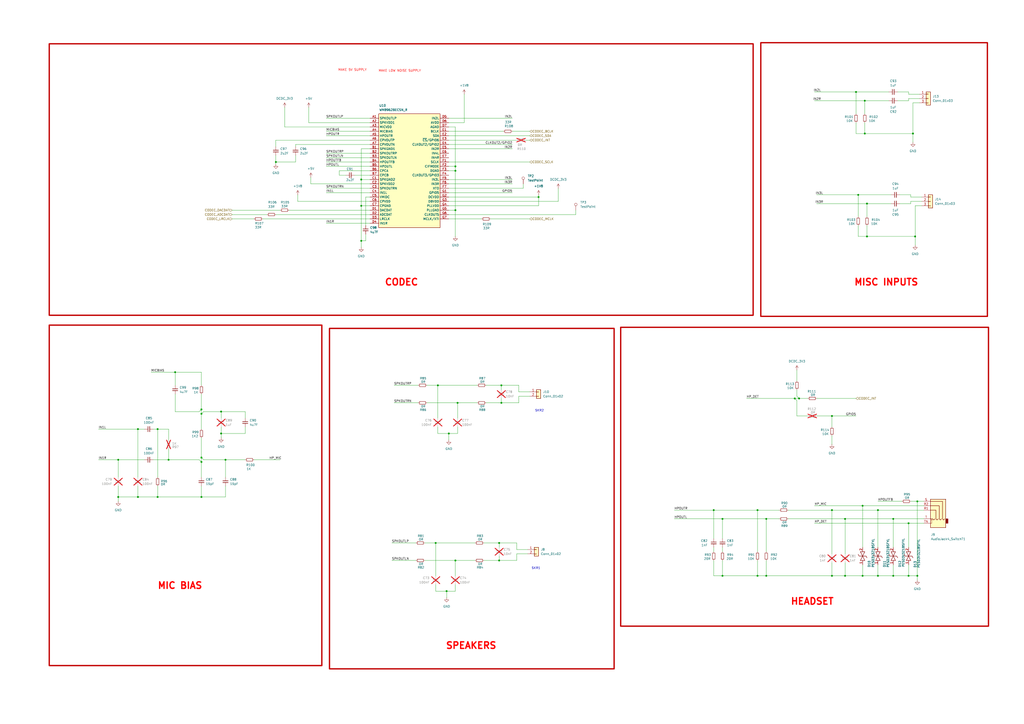
<source format=kicad_sch>
(kicad_sch (version 20250114) (generator "eeschema") (generator_version "9.0")
  (paper "A2")
  (rectangle (start 28.575 25.4) (end 436.88 182.88) (stroke (width 0.762) (color 194 0 0 1)))
  (rectangle (start 360.045 189.865) (end 573.405 363.22) (stroke (width 0.762) (color 194 0 0 1)))
  (rectangle (start 191.135 190.5) (end 356.235 387.985) (stroke (width 0.762) (color 194 0 0 1)))
  (rectangle (start 28.575 188.595) (end 186.69 386.08) (stroke (width 0.762) (color 194 0 0 1)))
  (rectangle (start 441.325 24.765) (end 572.77 183.515) (stroke (width 0.762) (color 194 0 0 1)))
  (text "MAKE LOW NOISE SUPPLY" (at 231.902 41.148 0) (effects (font (size 1.27 1.27))))
  (text "MISC INPUTS" (at 514.096 163.83 0) (effects (font (size 3.81 3.81) (thickness 0.762) (bold yes))))
  (text "SPEAKERS" (at 273.304 374.65 0) (effects (font (size 3.81 3.81) (thickness 0.762) (bold yes))))
  (text "CODEC" (at 232.918 163.83 0) (effects (font (size 3.81 3.81) (thickness 0.762) (bold yes))))
  (text "SKR2\n" (at 312.928 238.252 0) (effects (font (size 1.27 1.27))))
  (text "MIC BIAS" (at 104.394 339.852 0) (effects (font (size 3.81 3.81) (thickness 0.762) (bold yes))))
  (text "SKR1" (at 310.896 329.692 0) (effects (font (size 1.27 1.27))))
  (text "MAKE 5V SUPPLY" (at 204.47 40.64 0) (effects (font (size 1.27 1.27))))
  (text "HEADSET" (at 471.17 348.996 0) (effects (font (size 3.81 3.81) (thickness 0.762) (bold yes))))
  (junction (at 444.5 334.01))
  (junction (at 68.58 288.29))
  (junction (at 414.02 295.91))
  (junction (at 461.01 231.14))
  (junction (at 500.38 334.01))
  (junction (at 80.01 248.92))
  (junction (at 530.86 137.16))
  (junction (at 80.01 288.29))
  (junction (at 529.59 77.47))
  (junction (at 209.55 139.7))
  (junction (at 419.1 334.01))
  (junction (at 264.16 325.12))
  (junction (at 289.56 314.96))
  (junction (at 252.73 314.96))
  (junction (at 116.84 240.03))
  (junction (at 130.81 266.7))
  (junction (at 209.55 104.14))
  (junction (at 128.27 251.46))
  (junction (at 444.5 300.99))
  (junction (at 91.44 248.92))
  (junction (at 502.92 137.16))
  (junction (at 312.42 114.3))
  (junction (at 509.27 334.01))
  (junction (at 264.16 99.06))
  (junction (at 490.22 300.99))
  (junction (at 68.58 266.7))
  (junction (at 254 223.52))
  (junction (at 527.05 334.01))
  (junction (at 482.6 295.91))
  (junction (at 101.6 215.9))
  (junction (at 490.22 334.01))
  (junction (at 160.02 93.98))
  (junction (at 439.42 334.01))
  (junction (at 265.43 233.68))
  (junction (at 209.55 119.38))
  (junction (at 532.13 334.01))
  (junction (at 497.84 113.03))
  (junction (at 91.44 288.29))
  (junction (at 116.84 237.49))
  (junction (at 496.57 53.34))
  (junction (at 264.16 121.92))
  (junction (at 419.1 300.99))
  (junction (at 463.55 231.14))
  (junction (at 502.92 118.11))
  (junction (at 500.38 293.37))
  (junction (at 116.84 265.43))
  (junction (at 482.6 334.01))
  (junction (at 482.6 241.3))
  (junction (at 97.79 266.7))
  (junction (at 116.84 267.97))
  (junction (at 289.56 325.12))
  (junction (at 532.13 290.83))
  (junction (at 501.65 77.47))
  (junction (at 128.27 238.76))
  (junction (at 290.83 233.68))
  (junction (at 260.35 251.46))
  (junction (at 518.16 334.01))
  (junction (at 116.84 288.29))
  (junction (at 264.16 96.52))
  (junction (at 509.27 295.91))
  (junction (at 518.16 300.99))
  (junction (at 290.83 223.52))
  (junction (at 501.65 58.42))
  (junction (at 259.08 342.9))
  (junction (at 527.05 303.53))
  (junction (at 439.42 295.91))
  (wire (pts (xy 167.64 121.92) (xy 214.63 121.92)))
  (wire (pts (xy 529.59 59.69) (xy 529.59 77.47)))
  (wire (pts (xy 516.89 118.11) (xy 502.92 118.11)))
  (wire (pts (xy 116.84 267.97) (xy 116.84 276.86)))
  (wire (pts (xy 527.05 57.15) (xy 527.05 58.42)))
  (wire (pts (xy 260.35 119.38) (xy 312.42 119.38)))
  (wire (pts (xy 462.28 241.3) (xy 462.28 232.41)))
  (wire (pts (xy 264.16 121.92) (xy 264.16 137.16)))
  (wire (pts (xy 490.22 300.99) (xy 490.22 321.31)))
  (wire (pts (xy 307.34 93.98) (xy 260.35 93.98)))
  (wire (pts (xy 496.57 71.12) (xy 496.57 77.47)))
  (wire (pts (xy 535.94 295.91) (xy 509.27 295.91)))
  (wire (pts (xy 419.1 312.42) (xy 419.1 300.99)))
  (wire (pts (xy 334.01 121.92) (xy 334.01 124.46)))
  (wire (pts (xy 535.94 303.53) (xy 527.05 303.53)))
  (wire (pts (xy 509.27 295.91) (xy 509.27 317.5)))
  (wire (pts (xy 297.18 86.36) (xy 260.35 86.36)))
  (wire (pts (xy 97.79 255.27) (xy 97.79 248.92)))
  (wire (pts (xy 419.1 317.5) (xy 419.1 320.04)))
  (wire (pts (xy 116.84 237.49) (xy 116.84 240.03)))
  (wire (pts (xy 130.81 288.29) (xy 116.84 288.29)))
  (wire (pts (xy 532.13 290.83) (xy 532.13 334.01)))
  (wire (pts (xy 419.1 300.99) (xy 444.5 300.99)))
  (wire (pts (xy 116.84 288.29) (xy 91.44 288.29)))
  (wire (pts (xy 171.45 83.82) (xy 171.45 85.09)))
  (wire (pts (xy 228.6 233.68) (xy 242.57 233.68)))
  (wire (pts (xy 101.6 215.9) (xy 116.84 215.9)))
  (wire (pts (xy 482.6 326.39) (xy 482.6 334.01)))
  (wire (pts (xy 297.18 111.76) (xy 260.35 111.76)))
  (wire (pts (xy 501.65 77.47) (xy 529.59 77.47)))
  (wire (pts (xy 209.55 104.14) (xy 214.63 104.14)))
  (wire (pts (xy 297.18 83.82) (xy 260.35 83.82)))
  (wire (pts (xy 468.63 241.3) (xy 462.28 241.3)))
  (wire (pts (xy 212.09 139.7) (xy 209.55 139.7)))
  (wire (pts (xy 260.35 76.2) (xy 292.1 76.2)))
  (wire (pts (xy 80.01 248.92) (xy 80.01 276.86)))
  (wire (pts (xy 196.85 99.06) (xy 214.63 99.06)))
  (wire (pts (xy 509.27 327.66) (xy 509.27 334.01)))
  (wire (pts (xy 533.4 54.61) (xy 527.05 54.61)))
  (wire (pts (xy 142.24 242.57) (xy 142.24 238.76)))
  (wire (pts (xy 496.57 77.47) (xy 501.65 77.47)))
  (wire (pts (xy 264.16 99.06) (xy 264.16 121.92)))
  (wire (pts (xy 260.35 251.46) (xy 260.35 255.27)))
  (wire (pts (xy 490.22 300.99) (xy 518.16 300.99)))
  (wire (pts (xy 473.71 231.14) (xy 496.57 231.14)))
  (wire (pts (xy 528.32 116.84) (xy 528.32 118.11)))
  (wire (pts (xy 260.35 251.46) (xy 265.43 251.46)))
  (wire (pts (xy 264.16 342.9) (xy 264.16 339.09)))
  (wire (pts (xy 515.62 53.34) (xy 496.57 53.34)))
  (wire (pts (xy 160.02 93.98) (xy 160.02 95.25)))
  (wire (pts (xy 209.55 104.14) (xy 209.55 119.38)))
  (wire (pts (xy 289.56 314.96) (xy 299.72 314.96)))
  (wire (pts (xy 307.34 81.28) (xy 304.8 81.28)))
  (wire (pts (xy 501.65 71.12) (xy 501.65 77.47)))
  (wire (pts (xy 246.38 325.12) (xy 264.16 325.12)))
  (wire (pts (xy 530.86 119.38) (xy 530.86 137.16)))
  (wire (pts (xy 97.79 266.7) (xy 88.9 266.7)))
  (wire (pts (xy 171.45 83.82) (xy 214.63 83.82)))
  (wire (pts (xy 414.02 334.01) (xy 419.1 334.01)))
  (wire (pts (xy 252.73 314.96) (xy 275.59 314.96)))
  (wire (pts (xy 264.16 325.12) (xy 275.59 325.12)))
  (wire (pts (xy 527.05 54.61) (xy 527.05 53.34)))
  (wire (pts (xy 457.2 300.99) (xy 490.22 300.99)))
  (wire (pts (xy 160.02 81.28) (xy 160.02 85.09)))
  (wire (pts (xy 88.9 248.92) (xy 91.44 248.92)))
  (wire (pts (xy 227.33 314.96) (xy 241.3 314.96)))
  (wire (pts (xy 269.24 54.61) (xy 269.24 71.12)))
  (wire (pts (xy 433.07 231.14) (xy 461.01 231.14)))
  (wire (pts (xy 189.23 88.9) (xy 214.63 88.9)))
  (wire (pts (xy 297.18 106.68) (xy 260.35 106.68)))
  (wire (pts (xy 142.24 251.46) (xy 128.27 251.46)))
  (wire (pts (xy 528.32 114.3) (xy 528.32 113.03)))
  (wire (pts (xy 214.63 114.3) (xy 212.09 114.3)))
  (wire (pts (xy 280.67 314.96) (xy 289.56 314.96)))
  (wire (pts (xy 80.01 281.94) (xy 80.01 288.29)))
  (wire (pts (xy 264.16 325.12) (xy 264.16 334.01)))
  (wire (pts (xy 297.18 104.14) (xy 260.35 104.14)))
  (wire (pts (xy 260.35 127) (xy 279.4 127)))
  (wire (pts (xy 532.13 334.01) (xy 527.05 334.01)))
  (wire (pts (xy 260.35 99.06) (xy 264.16 99.06)))
  (wire (pts (xy 265.43 233.68) (xy 265.43 242.57)))
  (wire (pts (xy 528.32 118.11) (xy 521.97 118.11)))
  (wire (pts (xy 518.16 300.99) (xy 518.16 317.5)))
  (wire (pts (xy 312.42 114.3) (xy 312.42 119.38)))
  (wire (pts (xy 535.94 290.83) (xy 532.13 290.83)))
  (wire (pts (xy 260.35 73.66) (xy 264.16 73.66)))
  (wire (pts (xy 260.35 116.84) (xy 323.85 116.84)))
  (wire (pts (xy 473.71 113.03) (xy 497.84 113.03)))
  (wire (pts (xy 482.6 334.01) (xy 490.22 334.01)))
  (wire (pts (xy 200.66 101.6) (xy 196.85 101.6)))
  (wire (pts (xy 516.89 113.03) (xy 497.84 113.03)))
  (wire (pts (xy 535.94 293.37) (xy 500.38 293.37)))
  (wire (pts (xy 515.62 58.42) (xy 501.65 58.42)))
  (wire (pts (xy 252.73 339.09) (xy 252.73 342.9)))
  (wire (pts (xy 307.34 229.87) (xy 300.99 229.87)))
  (wire (pts (xy 509.27 334.01) (xy 518.16 334.01)))
  (wire (pts (xy 535.94 300.99) (xy 518.16 300.99)))
  (wire (pts (xy 116.84 254) (xy 116.84 265.43)))
  (wire (pts (xy 128.27 238.76) (xy 118.11 238.76)))
  (wire (pts (xy 265.43 251.46) (xy 265.43 247.65)))
  (wire (pts (xy 259.08 342.9) (xy 264.16 342.9)))
  (wire (pts (xy 116.84 265.43) (xy 116.84 267.97)))
  (wire (pts (xy 227.33 325.12) (xy 241.3 325.12)))
  (wire (pts (xy 142.24 247.65) (xy 142.24 251.46)))
  (wire (pts (xy 527.05 53.34) (xy 520.7 53.34)))
  (wire (pts (xy 214.63 106.68) (xy 180.34 106.68)))
  (wire (pts (xy 68.58 266.7) (xy 68.58 276.86)))
  (wire (pts (xy 189.23 91.44) (xy 214.63 91.44)))
  (wire (pts (xy 439.42 295.91) (xy 439.42 320.04)))
  (wire (pts (xy 502.92 137.16) (xy 530.86 137.16)))
  (wire (pts (xy 497.84 113.03) (xy 497.84 125.73)))
  (wire (pts (xy 189.23 129.54) (xy 214.63 129.54)))
  (wire (pts (xy 130.81 266.7) (xy 118.11 266.7)))
  (wire (pts (xy 116.84 281.94) (xy 116.84 288.29)))
  (wire (pts (xy 534.67 114.3) (xy 528.32 114.3)))
  (wire (pts (xy 189.23 68.58) (xy 214.63 68.58)))
  (wire (pts (xy 414.02 317.5) (xy 414.02 320.04)))
  (wire (pts (xy 472.44 293.37) (xy 500.38 293.37)))
  (wire (pts (xy 528.32 113.03) (xy 521.97 113.03)))
  (wire (pts (xy 128.27 242.57) (xy 128.27 238.76)))
  (wire (pts (xy 414.02 325.12) (xy 414.02 334.01)))
  (wire (pts (xy 490.22 326.39) (xy 490.22 334.01)))
  (wire (pts (xy 419.1 325.12) (xy 419.1 334.01)))
  (wire (pts (xy 472.44 303.53) (xy 527.05 303.53)))
  (wire (pts (xy 530.86 137.16) (xy 530.86 142.24)))
  (wire (pts (xy 115.57 238.76) (xy 116.84 237.49)))
  (wire (pts (xy 118.11 266.7) (xy 116.84 265.43)))
  (wire (pts (xy 247.65 223.52) (xy 254 223.52)))
  (wire (pts (xy 171.45 90.17) (xy 171.45 93.98)))
  (wire (pts (xy 260.35 124.46) (xy 334.01 124.46)))
  (wire (pts (xy 180.34 102.87) (xy 180.34 106.68)))
  (wire (pts (xy 290.83 233.68) (xy 281.94 233.68)))
  (wire (pts (xy 307.34 227.33) (xy 300.99 227.33)))
  (wire (pts (xy 299.72 318.77) (xy 299.72 314.96)))
  (wire (pts (xy 482.6 295.91) (xy 509.27 295.91)))
  (wire (pts (xy 472.44 58.42) (xy 501.65 58.42)))
  (wire (pts (xy 461.01 231.14) (xy 463.55 231.14)))
  (wire (pts (xy 391.16 295.91) (xy 414.02 295.91)))
  (wire (pts (xy 91.44 288.29) (xy 80.01 288.29)))
  (wire (pts (xy 246.38 314.96) (xy 252.73 314.96)))
  (wire (pts (xy 462.28 229.87) (xy 463.55 231.14)))
  (wire (pts (xy 205.74 101.6) (xy 214.63 101.6)))
  (wire (pts (xy 528.32 290.83) (xy 532.13 290.83)))
  (wire (pts (xy 297.18 76.2) (xy 307.34 76.2)))
  (wire (pts (xy 130.81 276.86) (xy 130.81 266.7)))
  (wire (pts (xy 533.4 59.69) (xy 529.59 59.69)))
  (wire (pts (xy 214.63 116.84) (xy 172.72 116.84)))
  (wire (pts (xy 500.38 327.66) (xy 500.38 334.01)))
  (wire (pts (xy 252.73 314.96) (xy 252.73 334.01)))
  (wire (pts (xy 101.6 215.9) (xy 101.6 223.52)))
  (wire (pts (xy 289.56 325.12) (xy 299.72 325.12)))
  (wire (pts (xy 462.28 214.63) (xy 462.28 220.98)))
  (wire (pts (xy 439.42 334.01) (xy 444.5 334.01)))
  (wire (pts (xy 534.67 116.84) (xy 528.32 116.84)))
  (wire (pts (xy 264.16 96.52) (xy 264.16 99.06)))
  (wire (pts (xy 118.11 238.76) (xy 116.84 240.03)))
  (wire (pts (xy 532.13 334.01) (xy 532.13 336.55)))
  (wire (pts (xy 297.18 68.58) (xy 260.35 68.58)))
  (wire (pts (xy 254 223.52) (xy 276.86 223.52)))
  (wire (pts (xy 518.16 327.66) (xy 518.16 334.01)))
  (wire (pts (xy 312.42 113.03) (xy 312.42 114.3)))
  (wire (pts (xy 264.16 73.66) (xy 264.16 96.52)))
  (wire (pts (xy 300.99 229.87) (xy 300.99 233.68)))
  (wire (pts (xy 101.6 228.6) (xy 101.6 238.76)))
  (wire (pts (xy 534.67 119.38) (xy 530.86 119.38)))
  (wire (pts (xy 444.5 325.12) (xy 444.5 334.01)))
  (wire (pts (xy 391.16 300.99) (xy 419.1 300.99)))
  (wire (pts (xy 482.6 241.3) (xy 482.6 247.65)))
  (wire (pts (xy 482.6 241.3) (xy 496.57 241.3)))
  (wire (pts (xy 290.83 223.52) (xy 290.83 226.06)))
  (wire (pts (xy 260.35 114.3) (xy 312.42 114.3)))
  (wire (pts (xy 265.43 233.68) (xy 276.86 233.68)))
  (wire (pts (xy 518.16 334.01) (xy 527.05 334.01)))
  (wire (pts (xy 87.63 215.9) (xy 101.6 215.9)))
  (wire (pts (xy 502.92 118.11) (xy 502.92 125.73)))
  (wire (pts (xy 439.42 295.91) (xy 452.12 295.91)))
  (wire (pts (xy 490.22 334.01) (xy 500.38 334.01)))
  (wire (pts (xy 259.08 342.9) (xy 259.08 346.71)))
  (wire (pts (xy 160.02 81.28) (xy 214.63 81.28)))
  (wire (pts (xy 189.23 96.52) (xy 214.63 96.52)))
  (wire (pts (xy 147.32 266.7) (xy 162.56 266.7)))
  (wire (pts (xy 189.23 111.76) (xy 214.63 111.76)))
  (wire (pts (xy 290.83 231.14) (xy 290.83 233.68)))
  (wire (pts (xy 142.24 238.76) (xy 128.27 238.76)))
  (wire (pts (xy 91.44 248.92) (xy 91.44 276.86)))
  (wire (pts (xy 414.02 312.42) (xy 414.02 295.91)))
  (wire (pts (xy 289.56 322.58) (xy 289.56 325.12)))
  (wire (pts (xy 462.28 226.06) (xy 462.28 229.87)))
  (wire (pts (xy 214.63 73.66) (xy 165.1 73.66)))
  (wire (pts (xy 303.53 106.68) (xy 303.53 109.22)))
  (wire (pts (xy 496.57 53.34) (xy 496.57 66.04)))
  (wire (pts (xy 116.84 228.6) (xy 116.84 237.49)))
  (wire (pts (xy 228.6 223.52) (xy 242.57 223.52)))
  (wire (pts (xy 97.79 248.92) (xy 91.44 248.92)))
  (wire (pts (xy 189.23 78.74) (xy 214.63 78.74)))
  (wire (pts (xy 152.4 127) (xy 214.63 127)))
  (wire (pts (xy 97.79 260.35) (xy 97.79 266.7)))
  (wire (pts (xy 209.55 139.7) (xy 209.55 143.51)))
  (wire (pts (xy 134.62 127) (xy 147.32 127)))
  (wire (pts (xy 414.02 295.91) (xy 439.42 295.91)))
  (wire (pts (xy 130.81 266.7) (xy 142.24 266.7)))
  (wire (pts (xy 299.72 321.31) (xy 299.72 325.12)))
  (wire (pts (xy 290.83 223.52) (xy 300.99 223.52)))
  (wire (pts (xy 290.83 233.68) (xy 300.99 233.68)))
  (wire (pts (xy 527.05 303.53) (xy 527.05 317.5)))
  (wire (pts (xy 115.57 266.7) (xy 116.84 267.97)))
  (wire (pts (xy 254 223.52) (xy 254 242.57)))
  (wire (pts (xy 289.56 314.96) (xy 289.56 317.5)))
  (wire (pts (xy 472.44 53.34) (xy 496.57 53.34)))
  (wire (pts (xy 299.72 81.28) (xy 260.35 81.28)))
  (wire (pts (xy 500.38 293.37) (xy 500.38 317.5)))
  (wire (pts (xy 254 251.46) (xy 260.35 251.46)))
  (wire (pts (xy 444.5 320.04) (xy 444.5 300.99)))
  (wire (pts (xy 260.35 71.12) (xy 269.24 71.12)))
  (wire (pts (xy 68.58 288.29) (xy 68.58 290.83)))
  (wire (pts (xy 80.01 288.29) (xy 68.58 288.29)))
  (wire (pts (xy 307.34 78.74) (xy 260.35 78.74)))
  (wire (pts (xy 130.81 281.94) (xy 130.81 288.29)))
  (wire (pts (xy 209.55 119.38) (xy 214.63 119.38)))
  (wire (pts (xy 323.85 116.84) (xy 323.85 109.22)))
  (wire (pts (xy 497.84 137.16) (xy 502.92 137.16)))
  (wire (pts (xy 281.94 223.52) (xy 290.83 223.52)))
  (wire (pts (xy 482.6 295.91) (xy 482.6 321.31)))
  (wire (pts (xy 533.4 57.15) (xy 527.05 57.15)))
  (wire (pts (xy 179.07 71.12) (xy 214.63 71.12)))
  (wire (pts (xy 189.23 93.98) (xy 214.63 93.98)))
  (wire (pts (xy 444.5 300.99) (xy 452.12 300.99)))
  (wire (pts (xy 260.35 121.92) (xy 264.16 121.92)))
  (wire (pts (xy 172.72 113.03) (xy 172.72 116.84)))
  (wire (pts (xy 260.35 109.22) (xy 303.53 109.22)))
  (wire (pts (xy 502.92 130.81) (xy 502.92 137.16)))
  (wire (pts (xy 128.27 251.46) (xy 128.27 254)))
  (wire (pts (xy 289.56 325.12) (xy 280.67 325.12)))
  (wire (pts (xy 439.42 325.12) (xy 439.42 334.01)))
  (wire (pts (xy 160.02 90.17) (xy 160.02 93.98)))
  (wire (pts (xy 247.65 233.68) (xy 265.43 233.68)))
  (wire (pts (xy 284.48 127) (xy 307.34 127)))
  (wire (pts (xy 83.82 266.7) (xy 68.58 266.7)))
  (wire (pts (xy 260.35 96.52) (xy 264.16 96.52)))
  (wire (pts (xy 189.23 109.22) (xy 214.63 109.22)))
  (wire (pts (xy 444.5 334.01) (xy 482.6 334.01)))
  (wire (pts (xy 212.09 114.3) (xy 212.09 130.81)))
  (wire (pts (xy 212.09 135.89) (xy 212.09 139.7)))
  (wire (pts (xy 160.02 124.46) (xy 214.63 124.46)))
  (wire (pts (xy 165.1 73.66) (xy 165.1 62.23)))
  (wire (pts (xy 116.84 240.03) (xy 116.84 248.92)))
  (wire (pts (xy 134.62 124.46) (xy 154.94 124.46)))
  (wire (pts (xy 501.65 58.42) (xy 501.65 66.04)))
  (wire (pts (xy 116.84 215.9) (xy 116.84 223.52)))
  (wire (pts (xy 463.55 231.14) (xy 468.63 231.14)))
  (wire (pts (xy 68.58 281.94) (xy 68.58 288.29)))
  (wire (pts (xy 419.1 334.01) (xy 439.42 334.01)))
  (wire (pts (xy 134.62 121.92) (xy 162.56 121.92)))
  (wire (pts (xy 306.07 321.31) (xy 299.72 321.31)))
  (wire (pts (xy 179.07 62.23) (xy 179.07 71.12)))
  (wire (pts (xy 527.05 327.66) (xy 527.05 334.01)))
  (wire (pts (xy 91.44 281.94) (xy 91.44 288.29)))
  (wire (pts (xy 214.63 86.36) (xy 209.55 86.36)))
  (wire (pts (xy 252.73 342.9) (xy 259.08 342.9)))
  (wire (pts (xy 171.45 93.98) (xy 160.02 93.98)))
  (wire (pts (xy 209.55 86.36) (xy 209.55 104.14)))
  (wire (pts (xy 196.85 101.6) (xy 196.85 99.06)))
  (wire (pts (xy 189.23 76.2) (xy 214.63 76.2)))
  (wire (pts (xy 97.79 266.7) (xy 115.57 266.7)))
  (wire (pts (xy 128.27 251.46) (xy 128.27 247.65)))
  (wire (pts (xy 473.71 241.3) (xy 482.6 241.3)))
  (wire (pts (xy 300.99 227.33) (xy 300.99 223.52)))
  (wire (pts (xy 462.28 232.41) (xy 461.01 231.14)))
  (wire (pts (xy 306.07 318.77) (xy 299.72 318.77)))
  (wire (pts (xy 57.15 248.92) (xy 80.01 248.92)))
  (wire (pts (xy 482.6 252.73) (xy 482.6 257.81)))
  (wire (pts (xy 457.2 295.91) (xy 482.6 295.91)))
  (wire (pts (xy 254 247.65) (xy 254 251.46)))
  (wire (pts (xy 500.38 334.01) (xy 509.27 334.01)))
  (wire (pts (xy 57.15 266.7) (xy 68.58 266.7)))
  (wire (pts (xy 527.05 58.42) (xy 520.7 58.42)))
  (wire (pts (xy 209.55 119.38) (xy 209.55 139.7)))
  (wire (pts (xy 509.27 290.83) (xy 523.24 290.83)))
  (wire (pts (xy 101.6 238.76) (xy 115.57 238.76)))
  (wire (pts (xy 80.01 248.92) (xy 83.82 248.92)))
  (wire (pts (xy 529.59 77.47) (xy 529.59 82.55)))
  (wire (pts (xy 473.71 118.11) (xy 502.92 118.11)))
  (wire (pts (xy 497.84 130.81) (xy 497.84 137.16)))
  (label "IN1R" (at 189.23 129.54 0))
  (label "IN3R" (at 477.52 118.11 180))
  (label "HP_DET" (at 472.44 303.53 0))
  (label "SPKOUTRN" (at 189.23 109.22 0))
  (label "SPKOUTRN" (at 228.6 233.68 0))
  (label "IN1L" (at 57.15 248.92 0))
  (label "SPKOUTLP" (at 189.23 68.58 0))
  (label "HPOUTR" (at 391.16 295.91 0))
  (label "SPKOUTLN" (at 227.33 325.12 0))
  (label "GPIO5" (at 496.57 241.3 180))
  (label "IN1L" (at 189.23 111.76 0))
  (label "SPKOUTLN" (at 189.23 91.44 0))
  (label "SPKOUTRP" (at 228.6 223.52 0))
  (label "IN3L" (at 477.52 113.03 180))
  (label "HPOUTL" (at 189.23 96.52 0))
  (label "IN2R" (at 297.18 86.36 180))
  (label "HPOUTR" (at 189.23 78.74 0))
  (label "IN3L" (at 297.18 104.14 180))
  (label "HP_MIC" (at 156.21 266.7 0))
  (label "HPOUTL" (at 391.16 300.99 0))
  (label "HPOUTFB" (at 189.23 93.98 0))
  (label "GPIO5" (at 297.18 111.76 180))
  (label "SPKOUTRP" (at 189.23 88.9 0))
  (label "HPOUTFB" (at 509.27 290.83 0))
  (label "SPKOUTLP" (at 227.33 314.96 0))
  (label "HP_DET" (at 433.07 231.14 0))
  (label "IN2R" (at 476.25 58.42 180))
  (label "HP_MIC" (at 472.44 293.37 0))
  (label "IN1R" (at 57.15 266.7 0))
  (label "CLKOUT2/GPIO2" (at 297.18 83.82 180))
  (label "IN3R" (at 297.18 106.68 180))
  (label "MICBIAS" (at 87.63 215.9 0))
  (label "IN2L" (at 476.25 53.34 180))
  (label "IN2L" (at 297.18 68.58 180))
  (label "MICBIAS" (at 189.23 76.2 0))
  (hierarchical_label "CODEC_INT" (shape input) (at 496.57 231.14 0))
  (hierarchical_label "CODEC_MCLK" (shape input) (at 307.34 127 0))
  (hierarchical_label "CODEC_DACDAT" (shape input) (at 134.62 121.92 180))
  (hierarchical_label "CODEC_SDA" (shape input) (at 307.34 78.74 0))
  (hierarchical_label "CODEC_SCLK" (shape input) (at 307.34 93.98 0))
  (hierarchical_label "CODEC_BCLK" (shape input) (at 307.34 76.2 0))
  (hierarchical_label "CODEC_LRCLK" (shape input) (at 134.62 127 180))
  (hierarchical_label "CODEC_ADCDAT" (shape input) (at 134.62 124.46 180))
  (hierarchical_label "CODEC_INT" (shape input) (at 307.34 81.28 0))
  (symbol (lib_id "Device:R_Small") (at 482.6 250.19 180) (unit 1)
    (property "Reference" "R114" (at 481.076 249.428 0) (effects (justify left)))
    (property "Value" "10K" (at 480.822 251.714 0) (effects (justify left)))
    (property "Footprint" "Resistor_SMD:R_01005_0402Metric" (effects (hide yes)))
    (property "Description" "Resistor, small symbol" (effects (hide yes)))
  )
  (symbol (lib_id "Device:R_Small") (at 278.13 325.12 90) (mirror x) (unit 1)
    (property "Reference" "R84" (at 280.416 329.184 90) (effects (justify left)))
    (property "Value" "0R" (at 279.908 327.152 90) (effects (justify left)))
    (property "Footprint" "Resistor_SMD:R_01005_0402Metric" (effects (hide yes)))
    (property "Description" "Resistor, small symbol" (effects (hide yes)))
  )
  (symbol (lib_id "Connector_Audio:AudioJack4_SwitchT1") (at 541.02 295.91 0) (mirror y) (unit 1)
    (property "Reference" "J9" (at 540.004 310.134 0) (effects (justify right)))
    (property "Value" "AudioJack4_SwitchT1" (at 540.004 312.674 0) (effects (justify right)))
    (property "Footprint" "Connector_Audio:Jack_3.5mm_CUI_SJ1-3535NG_Horizontal_CircularHoles" (effects (hide yes)))
    (property "Description" "Audio Jack, 4 Poles (Stereo / TRRS), Switched T1 Pole (Normalling)" (effects (hide yes)))
  )
  (symbol (lib_id "Device:C_Small") (at 203.2 101.6 90) (mirror x) (unit 1)
    (property "Reference" "C91" (at 202.946 98.044 90))
    (property "Value" "2u2F" (at 203.2 104.394 90))
    (property "Footprint" "Capacitor_SMD:C_0603_1608Metric_Pad1.08x0.95mm_HandSolder" (effects (hide yes)))
    (property "Description" "Unpolarized capacitor, small symbol" (effects (hide yes)))
  )
  (symbol (lib_id "Device:R_Small") (at 302.26 81.28 270) (mirror x) (unit 1) (dnp yes)
    (property "Reference" "R110" (at 299.974 86.36 90) (effects (justify left)))
    (property "Value" "0R" (at 300.228 84.074 90) (effects (justify left)))
    (property "Footprint" "Resistor_SMD:R_01005_0402Metric" (effects (hide yes)))
    (property "Description" "Resistor, small symbol" (effects (hide yes)))
  )
  (symbol (lib_id "Device:R_Small") (at 502.92 128.27 0) (mirror x) (unit 1)
    (property "Reference" "R104" (at 505.46 127.508 0) (effects (justify left)))
    (property "Value" "10K" (at 505.206 129.794 0) (effects (justify left)))
    (property "Footprint" "Resistor_SMD:R_01005_0402Metric" (effects (hide yes)))
    (property "Description" "Resistor, small symbol" (effects (hide yes)))
  )
  (symbol (lib_id "power:GND") (at 264.16 137.16 0) (unit 1)
    (property "Reference" "#PWR0121" (effects (hide yes)))
    (property "Value" "GND" (at 264.16 142.24 0))
    (property "Description" "Power symbol creates a global label with name \"GND\" , ground" (effects (hide yes)))
  )
  (symbol (lib_id "power:GND") (at 260.35 255.27 0) (unit 1)
    (property "Reference" "#PWR088" (effects (hide yes)))
    (property "Value" "GND" (at 260.35 260.35 0))
    (property "Description" "Power symbol creates a global label with name \"GND\" , ground" (effects (hide yes)))
  )
  (symbol (lib_id "Device:C_Small") (at 68.58 279.4 0) (unit 1) (dnp yes)
    (property "Reference" "C79" (at 65.024 278.13 0) (effects (justify right)))
    (property "Value" "100nF" (at 65.024 280.67 0) (effects (justify right)))
    (property "Footprint" "Capacitor_SMD:C_0603_1608Metric_Pad1.08x0.95mm_HandSolder" (effects (hide yes)))
    (property "Description" "Unpolarized capacitor, small symbol" (effects (hide yes)))
  )
  (symbol (lib_id "Device:C_Small") (at 414.02 314.96 0) (unit 1)
    (property "Reference" "C82" (at 410.464 313.69 0) (effects (justify right)))
    (property "Value" "1nF" (at 410.464 316.23 0) (effects (justify right)))
    (property "Footprint" "Capacitor_SMD:C_0603_1608Metric_Pad1.08x0.95mm_HandSolder" (effects (hide yes)))
    (property "Description" "Unpolarized capacitor, small symbol" (effects (hide yes)))
  )
  (symbol (lib_id "Device:R_Small") (at 116.84 226.06 180) (unit 1)
    (property "Reference" "R98" (at 115.316 225.298 0) (effects (justify left)))
    (property "Value" "1K" (at 115.062 227.584 0) (effects (justify left)))
    (property "Footprint" "Resistor_SMD:R_01005_0402Metric" (effects (hide yes)))
    (property "Description" "Resistor, small symbol" (effects (hide yes)))
  )
  (symbol (lib_id "Device:R_Small") (at 278.13 314.96 90) (unit 1)
    (property "Reference" "R83" (at 280.416 310.896 90) (effects (justify left)))
    (property "Value" "0R" (at 279.908 312.928 90) (effects (justify left)))
    (property "Footprint" "Resistor_SMD:R_01005_0402Metric" (effects (hide yes)))
    (property "Description" "Resistor, small symbol" (effects (hide yes)))
  )
  (symbol (lib_id "Device:R_Small") (at 144.78 266.7 270) (unit 1)
    (property "Reference" "R100" (at 142.748 269.748 90) (effects (justify left)))
    (property "Value" "1K" (at 143.002 272.034 90) (effects (justify left)))
    (property "Footprint" "Resistor_SMD:R_01005_0402Metric" (effects (hide yes)))
    (property "Description" "Resistor, small symbol" (effects (hide yes)))
  )
  (symbol (lib_id "Device:C_Small") (at 116.84 279.4 0) (unit 1)
    (property "Reference" "C87" (at 119.38 278.1362 0) (effects (justify left)))
    (property "Value" "15pF" (at 119.38 280.6762 0) (effects (justify left)))
    (property "Footprint" "Capacitor_SMD:C_0603_1608Metric_Pad1.08x0.95mm_HandSolder" (effects (hide yes)))
    (property "Description" "Unpolarized capacitor, small symbol" (effects (hide yes)))
  )
  (symbol (lib_id "Device:C_Small") (at 518.16 53.34 90) (unit 1)
    (property "Reference" "C93" (at 518.1663 46.99 90))
    (property "Value" "1uF" (at 518.1663 49.53 90))
    (property "Footprint" "Capacitor_SMD:C_0603_1608Metric_Pad1.08x0.95mm_HandSolder" (effects (hide yes)))
    (property "Description" "Unpolarized capacitor, small symbol" (effects (hide yes)))
  )
  (symbol (lib_id "Device:R_Small") (at 444.5 322.58 0) (mirror x) (unit 1)
    (property "Reference" "R92" (at 447.04 321.818 0) (effects (justify left)))
    (property "Value" "10K" (at 446.786 324.104 0) (effects (justify left)))
    (property "Footprint" "Resistor_SMD:R_01005_0402Metric" (effects (hide yes)))
    (property "Description" "Resistor, small symbol" (effects (hide yes)))
  )
  (symbol (lib_id "Device:R_Small") (at 279.4 223.52 90) (unit 1)
    (property "Reference" "R87" (at 281.686 219.456 90) (effects (justify left)))
    (property "Value" "0R" (at 281.178 221.488 90) (effects (justify left)))
    (property "Footprint" "Resistor_SMD:R_01005_0402Metric" (effects (hide yes)))
    (property "Description" "Resistor, small symbol" (effects (hide yes)))
  )
  (symbol (lib_id "Device:C_Small") (at 80.01 279.4 0) (unit 1) (dnp yes)
    (property "Reference" "C84" (at 82.55 278.1362 0) (effects (justify left)))
    (property "Value" "100nF" (at 82.55 280.6762 0) (effects (justify left)))
    (property "Footprint" "Capacitor_SMD:C_0603_1608Metric_Pad1.08x0.95mm_HandSolder" (effects (hide yes)))
    (property "Description" "Unpolarized capacitor, small symbol" (effects (hide yes)))
  )
  (symbol (lib_id "power:GND") (at 482.6 257.81 0) (unit 1)
    (property "Reference" "#PWR0131" (effects (hide yes)))
    (property "Value" "GND" (at 482.6 262.89 0))
    (property "Description" "Power symbol creates a global label with name \"GND\" , ground" (effects (hide yes)))
  )
  (symbol (lib_id "Device:R_Small") (at 294.64 76.2 270) (mirror x) (unit 1)
    (property "Reference" "R108" (at 292.608 73.152 90) (effects (justify left)))
    (property "Value" "33R" (at 292.862 70.866 90) (effects (justify left)))
    (property "Footprint" "Resistor_SMD:R_01005_0402Metric" (effects (hide yes)))
    (property "Description" "Resistor, small symbol" (effects (hide yes)))
  )
  (symbol (lib_id "Device:C_Small") (at 290.83 228.6 0) (unit 1) (dnp yes)
    (property "Reference" "C78" (at 293.37 227.3362 0) (effects (justify left)))
    (property "Value" "10nF" (at 293.37 229.8762 0) (effects (justify left)))
    (property "Footprint" "Capacitor_SMD:C_0603_1608Metric_Pad1.08x0.95mm_HandSolder" (effects (hide yes)))
    (property "Description" "Unpolarized capacitor, small symbol" (effects (hide yes)))
  )
  (symbol (lib_id "Device:C_Small") (at 518.16 58.42 90) (mirror x) (unit 1)
    (property "Reference" "C92" (at 518.1663 64.77 90))
    (property "Value" "1uF" (at 518.1663 62.23 90))
    (property "Footprint" "Capacitor_SMD:C_0603_1608Metric_Pad1.08x0.95mm_HandSolder" (effects (hide yes)))
    (property "Description" "Unpolarized capacitor, small symbol" (effects (hide yes)))
  )
  (symbol (lib_id "Chase_Diode:PESD3V3Z1BSFYL") (at 509.27 330.2 90) (unit 1)
    (property "Reference" "D11" (at 513.08 325.12 0) (effects (justify right)))
    (property "Value" "PESD3V3Z1BSFYL" (at 515.112 312.42 0) (effects (justify right)))
    (property "Datasheet" "https://assets.nexperia.com/documents/data-sheet/PESD3V3Z1BSF.pdf" (effects (hide yes)))
    (property "Description" "PESD3V3Z1BSF - Extremely low capacitance bidirectional ESD protection diode" (effects (hide yes)))
    (property "Mouser Part Number" "771-PESD3V3Z1BSFYL" (effects (hide yes)))
    (property "Mouser Price/Stock" "https://www.mouser.co.uk/ProductDetail/Nexperia/PESD3V3Z1BSFYL?qs=%252BEew9%252B0nqrB3Csg8iRki7Q%3D%3D" (effects (hide yes)))
    (property "Manufacturer_Name" "Nexperia" (effects (hide yes)))
    (property "Manufacturer_Part_Number" "PESD3V3Z1BSFYL" (effects (hide yes)))
  )
  (symbol (lib_id "Device:R_Small") (at 419.1 322.58 0) (mirror x) (unit 1)
    (property "Reference" "R94" (at 421.64 321.818 0) (effects (justify left)))
    (property "Value" "20R" (at 421.386 324.104 0) (effects (justify left)))
    (property "Footprint" "Resistor_SMD:R_01005_0402Metric" (effects (hide yes)))
    (property "Description" "Resistor, small symbol" (effects (hide yes)))
  )
  (symbol (lib_id "Device:C_Small") (at 264.16 336.55 0) (unit 1) (dnp yes)
    (property "Reference" "C74" (at 266.7 335.2862 0) (effects (justify left)))
    (property "Value" "100nF" (at 266.7 337.8262 0) (effects (justify left)))
    (property "Footprint" "Capacitor_SMD:C_0603_1608Metric_Pad1.08x0.95mm_HandSolder" (effects (hide yes)))
    (property "Description" "Unpolarized capacitor, small symbol" (effects (hide yes)))
  )
  (symbol (lib_id "Connector_Generic:Conn_01x03") (at 538.48 57.15 0) (unit 1)
    (property "Reference" "J13" (at 541.02 55.8799 0) (effects (justify left)))
    (property "Value" "Conn_01x03" (at 541.02 58.4199 0) (effects (justify left)))
    (property "Description" "Generic connector, single row, 01x03, script generated (kicad-library-utils/schlib/autogen/connector/)" (effects (hide yes)))
  )
  (symbol (lib_id "Device:R_Small") (at 496.57 68.58 180) (unit 1)
    (property "Reference" "R101" (at 495.046 67.818 0) (effects (justify left)))
    (property "Value" "10K" (at 494.792 70.104 0) (effects (justify left)))
    (property "Footprint" "Resistor_SMD:R_01005_0402Metric" (effects (hide yes)))
    (property "Description" "Resistor, small symbol" (effects (hide yes)))
  )
  (symbol (lib_id "Device:R_Small") (at 279.4 233.68 90) (mirror x) (unit 1)
    (property "Reference" "R88" (at 281.686 237.744 90) (effects (justify left)))
    (property "Value" "0R" (at 281.178 235.712 90) (effects (justify left)))
    (property "Footprint" "Resistor_SMD:R_01005_0402Metric" (effects (hide yes)))
    (property "Description" "Resistor, small symbol" (effects (hide yes)))
  )
  (symbol (lib_id "Device:R_Small") (at 149.86 127 270) (mirror x) (unit 1)
    (property "Reference" "R107" (at 147.828 129.54 90) (effects (justify left)))
    (property "Value" "33R" (at 147.828 131.826 90) (effects (justify left)))
    (property "Footprint" "Resistor_SMD:R_01005_0402Metric" (effects (hide yes)))
    (property "Description" "Resistor, small symbol" (effects (hide yes)))
  )
  (symbol (lib_id "Device:C_Small") (at 86.36 248.92 90) (unit 1)
    (property "Reference" "C85" (at 86.3663 242.57 90))
    (property "Value" "100nF" (at 86.3663 245.11 90))
    (property "Footprint" "Capacitor_SMD:C_0603_1608Metric_Pad1.08x0.95mm_HandSolder" (effects (hide yes)))
    (property "Description" "Unpolarized capacitor, small symbol" (effects (hide yes)))
  )
  (symbol (lib_id "Device:R_Small") (at 439.42 322.58 180) (unit 1)
    (property "Reference" "R91" (at 437.896 321.818 0) (effects (justify left)))
    (property "Value" "10K" (at 437.642 324.104 0) (effects (justify left)))
    (property "Footprint" "Resistor_SMD:R_01005_0402Metric" (effects (hide yes)))
    (property "Description" "Resistor, small symbol" (effects (hide yes)))
  )
  (symbol (lib_id "Connector:TestPoint") (at 334.01 121.92 0) (unit 1)
    (property "Reference" "TP3" (at 336.55 117.3479 0) (effects (justify left)))
    (property "Value" "TestPoint" (at 336.55 119.8879 0) (effects (justify left)))
    (property "Footprint" "TestPoint:TestPoint_Pad_3.0x3.0mm" (effects (hide yes)))
    (property "Description" "test point" (effects (hide yes)))
  )
  (symbol (lib_id "Connector_Generic:Conn_01x02") (at 312.42 227.33 0) (unit 1)
    (property "Reference" "J10" (at 314.96 227.3299 0) (effects (justify left)))
    (property "Value" "Conn_01x02" (at 314.96 229.8699 0) (effects (justify left)))
    (property "Footprint" "Connector_JST:JST_PH_S2B-PH-K_1x02_P2.00mm_Horizontal" (effects (hide yes)))
    (property "Description" "Generic connector, single row, 01x02, script generated (kicad-library-utils/schlib/autogen/connector/)" (effects (hide yes)))
  )
  (symbol (lib_id "Device:C_Small") (at 490.22 323.85 0) (unit 1) (dnp yes)
    (property "Reference" "C81" (at 492.76 322.5862 0) (effects (justify left)))
    (property "Value" "1nF" (at 492.76 325.1262 0) (effects (justify left)))
    (property "Footprint" "Capacitor_SMD:C_0603_1608Metric_Pad1.08x0.95mm_HandSolder" (effects (hide yes)))
    (property "Description" "Unpolarized capacitor, small symbol" (effects (hide yes)))
  )
  (symbol (lib_id "power:GND") (at 68.58 290.83 0) (unit 1)
    (property "Reference" "#PWR0123" (effects (hide yes)))
    (property "Value" "GND" (at 68.58 295.91 0))
    (property "Description" "Power symbol creates a global label with name \"GND\" , ground" (effects (hide yes)))
  )
  (symbol (lib_id "power:GND") (at 259.08 346.71 0) (unit 1)
    (property "Reference" "#PWR082" (effects (hide yes)))
    (property "Value" "GND" (at 259.08 351.79 0))
    (property "Description" "Power symbol creates a global label with name \"GND\" , ground" (effects (hide yes)))
  )
  (symbol (lib_id "Device:R_Small") (at 245.11 233.68 90) (mirror x) (unit 1)
    (property "Reference" "R86" (at 247.396 237.744 90) (effects (justify left)))
    (property "Value" "0R" (at 246.888 235.712 90) (effects (justify left)))
    (property "Footprint" "Resistor_SMD:R_01005_0402Metric" (effects (hide yes)))
    (property "Description" "Resistor, small symbol" (effects (hide yes)))
  )
  (symbol (lib_id "Chase_Diode:PESD3V3Z1BSFYL") (at 518.16 330.2 90) (unit 1)
    (property "Reference" "D12" (at 521.97 325.12 0) (effects (justify right)))
    (property "Value" "PESD3V3Z1BSFYL" (at 524.002 312.166 0) (effects (justify right)))
    (property "Datasheet" "https://assets.nexperia.com/documents/data-sheet/PESD3V3Z1BSF.pdf" (effects (hide yes)))
    (property "Description" "PESD3V3Z1BSF - Extremely low capacitance bidirectional ESD protection diode" (effects (hide yes)))
    (property "Mouser Part Number" "771-PESD3V3Z1BSFYL" (effects (hide yes)))
    (property "Mouser Price/Stock" "https://www.mouser.co.uk/ProductDetail/Nexperia/PESD3V3Z1BSFYL?qs=%252BEew9%252B0nqrB3Csg8iRki7Q%3D%3D" (effects (hide yes)))
    (property "Manufacturer_Name" "Nexperia" (effects (hide yes)))
    (property "Manufacturer_Part_Number" "PESD3V3Z1BSFYL" (effects (hide yes)))
  )
  (symbol (lib_id "Device:C_Small") (at 130.81 279.4 0) (unit 1)
    (property "Reference" "C88" (at 133.35 278.1362 0) (effects (justify left)))
    (property "Value" "15pF" (at 133.35 280.6762 0) (effects (justify left)))
    (property "Footprint" "Capacitor_SMD:C_0603_1608Metric_Pad1.08x0.95mm_HandSolder" (effects (hide yes)))
    (property "Description" "Unpolarized capacitor, small symbol" (effects (hide yes)))
  )
  (symbol (lib_id "power:+1V35") (at 312.42 113.03 0) (unit 1)
    (property "Reference" "#PWR0129" (effects (hide yes)))
    (property "Value" "+1V8" (at 312.42 107.95 0))
    (property "Description" "Power symbol creates a global label with name \"+1V35\"" (effects (hide yes)))
  )
  (symbol (lib_id "Device:C_Small") (at 419.1 314.96 0) (unit 1)
    (property "Reference" "C83" (at 421.64 313.6962 0) (effects (justify left)))
    (property "Value" "1nF" (at 421.64 316.2362 0) (effects (justify left)))
    (property "Footprint" "Capacitor_SMD:C_0603_1608Metric_Pad1.08x0.95mm_HandSolder" (effects (hide yes)))
    (property "Description" "Unpolarized capacitor, small symbol" (effects (hide yes)))
  )
  (symbol (lib_id "power:GND") (at 532.13 336.55 0) (unit 1)
    (property "Reference" "#PWR0122" (effects (hide yes)))
    (property "Value" "GND" (at 532.13 341.63 0))
    (property "Description" "Power symbol creates a global label with name \"GND\" , ground" (effects (hide yes)))
  )
  (symbol (lib_id "Device:R_Small") (at 471.17 241.3 90) (unit 1) (dnp yes)
    (property "Reference" "R112" (at 473.456 237.236 90) (effects (justify left)))
    (property "Value" "0R" (at 472.948 239.268 90) (effects (justify left)))
    (property "Footprint" "Resistor_SMD:R_01005_0402Metric" (effects (hide yes)))
    (property "Description" "Resistor, small symbol" (effects (hide yes)))
  )
  (symbol (lib_id "power:+1V35") (at 172.72 113.03 0) (unit 1)
    (property "Reference" "#PWR0119" (effects (hide yes)))
    (property "Value" "+1V8" (at 172.72 107.95 0))
    (property "Description" "Power symbol creates a global label with name \"+1V35\"" (effects (hide yes)))
  )
  (symbol (lib_id "Device:R_Small") (at 165.1 121.92 270) (mirror x) (unit 1)
    (property "Reference" "R105" (at 162.814 117.348 90) (effects (justify left)))
    (property "Value" "33R" (at 163.068 119.634 90) (effects (justify left)))
    (property "Footprint" "Resistor_SMD:R_01005_0402Metric" (effects (hide yes)))
    (property "Description" "Resistor, small symbol" (effects (hide yes)))
  )
  (symbol (lib_id "Device:R_Small") (at 462.28 223.52 180) (unit 1)
    (property "Reference" "R113" (at 460.756 222.758 0) (effects (justify left)))
    (property "Value" "10K" (at 460.502 225.044 0) (effects (justify left)))
    (property "Footprint" "Resistor_SMD:R_01005_0402Metric" (effects (hide yes)))
    (property "Description" "Resistor, small symbol" (effects (hide yes)))
  )
  (symbol (lib_id "Device:R_Small") (at 501.65 68.58 0) (mirror x) (unit 1)
    (property "Reference" "R102" (at 504.19 67.818 0) (effects (justify left)))
    (property "Value" "10K" (at 503.936 70.104 0) (effects (justify left)))
    (property "Footprint" "Resistor_SMD:R_01005_0402Metric" (effects (hide yes)))
    (property "Description" "Resistor, small symbol" (effects (hide yes)))
  )
  (symbol (lib_id "Device:C_Small") (at 212.09 133.35 0) (unit 1)
    (property "Reference" "C98" (at 214.63 132.0862 0) (effects (justify left)))
    (property "Value" "4u7F" (at 214.63 134.6262 0) (effects (justify left)))
    (property "Footprint" "Capacitor_SMD:C_0603_1608Metric_Pad1.08x0.95mm_HandSolder" (effects (hide yes)))
    (property "Description" "Unpolarized capacitor, small symbol" (effects (hide yes)))
  )
  (symbol (lib_id "Device:R_Small") (at 497.84 128.27 180) (unit 1)
    (property "Reference" "R103" (at 496.316 127.508 0) (effects (justify left)))
    (property "Value" "10K" (at 496.062 129.794 0) (effects (justify left)))
    (property "Footprint" "Resistor_SMD:R_01005_0402Metric" (effects (hide yes)))
    (property "Description" "Resistor, small symbol" (effects (hide yes)))
  )
  (symbol (lib_id "Device:C_Small") (at 519.43 113.03 90) (unit 1)
    (property "Reference" "C94" (at 519.4363 106.68 90))
    (property "Value" "1uF" (at 519.4363 109.22 90))
    (property "Footprint" "Capacitor_SMD:C_0603_1608Metric_Pad1.08x0.95mm_HandSolder" (effects (hide yes)))
    (property "Description" "Unpolarized capacitor, small symbol" (effects (hide yes)))
  )
  (symbol (lib_id "Connector_Generic:Conn_01x03") (at 539.75 116.84 0) (unit 1)
    (property "Reference" "J14" (at 542.29 115.5699 0) (effects (justify left)))
    (property "Value" "Conn_01x03" (at 542.29 118.1099 0) (effects (justify left)))
    (property "Description" "Generic connector, single row, 01x03, script generated (kicad-library-utils/schlib/autogen/connector/)" (effects (hide yes)))
  )
  (symbol (lib_id "Device:C_Small") (at 289.56 320.04 0) (unit 1) (dnp yes)
    (property "Reference" "C75" (at 292.1 318.7762 0) (effects (justify left)))
    (property "Value" "10nF" (at 292.1 321.3162 0) (effects (justify left)))
    (property "Footprint" "Capacitor_SMD:C_0603_1608Metric_Pad1.08x0.95mm_HandSolder" (effects (hide yes)))
    (property "Description" "Unpolarized capacitor, small symbol" (effects (hide yes)))
  )
  (symbol (lib_id "Device:R_Small") (at 245.11 223.52 90) (unit 1)
    (property "Reference" "R85" (at 247.396 219.456 90) (effects (justify left)))
    (property "Value" "0R" (at 246.888 221.488 90) (effects (justify left)))
    (property "Footprint" "Resistor_SMD:R_01005_0402Metric" (effects (hide yes)))
    (property "Description" "Resistor, small symbol" (effects (hide yes)))
  )
  (symbol (lib_id "Device:R_Small") (at 157.48 124.46 270) (mirror x) (unit 1)
    (property "Reference" "R106" (at 155.448 117.348 90) (effects (justify left)))
    (property "Value" "33R" (at 155.448 119.888 90) (effects (justify left)))
    (property "Footprint" "Resistor_SMD:R_01005_0402Metric" (effects (hide yes)))
    (property "Description" "Resistor, small symbol" (effects (hide yes)))
  )
  (symbol (lib_id "Device:C_Small") (at 265.43 245.11 0) (unit 1) (dnp yes)
    (property "Reference" "C77" (at 267.97 243.8462 0) (effects (justify left)))
    (property "Value" "100nF" (at 267.97 246.3862 0) (effects (justify left)))
    (property "Footprint" "Capacitor_SMD:C_0603_1608Metric_Pad1.08x0.95mm_HandSolder" (effects (hide yes)))
    (property "Description" "Unpolarized capacitor, small symbol" (effects (hide yes)))
  )
  (symbol (lib_id "Device:C_Small") (at 128.27 245.11 0) (unit 1) (dnp yes)
    (property "Reference" "C89" (at 130.81 243.8462 0) (effects (justify left)))
    (property "Value" "1uF" (at 130.81 246.3862 0) (effects (justify left)))
    (property "Footprint" "Capacitor_SMD:C_0603_1608Metric_Pad1.08x0.95mm_HandSolder" (effects (hide yes)))
    (property "Description" "Unpolarized capacitor, small symbol" (effects (hide yes)))
  )
  (symbol (lib_id "Device:C_Small") (at 160.02 87.63 0) (unit 1)
    (property "Reference" "C97" (at 162.56 86.3662 0) (effects (justify left)))
    (property "Value" "2u2F" (at 162.56 88.9062 0) (effects (justify left)))
    (property "Footprint" "Capacitor_SMD:C_0603_1608Metric_Pad1.08x0.95mm_HandSolder" (effects (hide yes)))
    (property "Description" "Unpolarized capacitor, small symbol" (effects (hide yes)))
  )
  (symbol (lib_id "Chase_Diode:PESD3V3Z1BSFYL") (at 500.38 330.2 90) (unit 1)
    (property "Reference" "D10" (at 504.19 325.12 0) (effects (justify right)))
    (property "Value" "PESD3V3Z1BSFYL" (at 506.476 312.42 0) (effects (justify right)))
    (property "Datasheet" "https://assets.nexperia.com/documents/data-sheet/PESD3V3Z1BSF.pdf" (effects (hide yes)))
    (property "Description" "PESD3V3Z1BSF - Extremely low capacitance bidirectional ESD protection diode" (effects (hide yes)))
    (property "Mouser Part Number" "771-PESD3V3Z1BSFYL" (effects (hide yes)))
    (property "Mouser Price/Stock" "https://www.mouser.co.uk/ProductDetail/Nexperia/PESD3V3Z1BSFYL?qs=%252BEew9%252B0nqrB3Csg8iRki7Q%3D%3D" (effects (hide yes)))
    (property "Manufacturer_Name" "Nexperia" (effects (hide yes)))
    (property "Manufacturer_Part_Number" "PESD3V3Z1BSFYL" (effects (hide yes)))
  )
  (symbol (lib_id "Device:C_Small") (at 86.36 266.7 90) (unit 1)
    (property "Reference" "C86" (at 86.3663 260.35 90))
    (property "Value" "100nF" (at 86.3663 262.89 90))
    (property "Footprint" "Capacitor_SMD:C_0603_1608Metric_Pad1.08x0.95mm_HandSolder" (effects (hide yes)))
    (property "Description" "Unpolarized capacitor, small symbol" (effects (hide yes)))
  )
  (symbol (lib_id "Device:C_Small") (at 252.73 336.55 0) (unit 1) (dnp yes)
    (property "Reference" "C73" (at 249.174 335.28 0) (effects (justify right)))
    (property "Value" "100nF" (at 249.174 337.82 0) (effects (justify right)))
    (property "Footprint" "Capacitor_SMD:C_0603_1608Metric_Pad1.08x0.95mm_HandSolder" (effects (hide yes)))
    (property "Description" "Unpolarized capacitor, small symbol" (effects (hide yes)))
  )
  (symbol (lib_id "Device:R_Small") (at 243.84 325.12 90) (mirror x) (unit 1)
    (property "Reference" "R82" (at 246.126 329.184 90) (effects (justify left)))
    (property "Value" "0R" (at 245.618 327.152 90) (effects (justify left)))
    (property "Footprint" "Resistor_SMD:R_01005_0402Metric" (effects (hide yes)))
    (property "Description" "Resistor, small symbol" (effects (hide yes)))
  )
  (symbol (lib_id "power:GND") (at 128.27 254 0) (unit 1)
    (property "Reference" "#PWR0124" (effects (hide yes)))
    (property "Value" "GND" (at 128.27 259.08 0))
    (property "Description" "Power symbol creates a global label with name \"GND\" , ground" (effects (hide yes)))
  )
  (symbol (lib_id "power:GND") (at 530.86 142.24 0) (unit 1)
    (property "Reference" "#PWR0126" (effects (hide yes)))
    (property "Value" "GND" (at 530.86 147.32 0))
    (property "Description" "Power symbol creates a global label with name \"GND\" , ground" (effects (hide yes)))
  )
  (symbol (lib_id "Device:R_Small") (at 243.84 314.96 90) (unit 1)
    (property "Reference" "R81" (at 246.126 310.896 90) (effects (justify left)))
    (property "Value" "0R" (at 245.618 312.928 90) (effects (justify left)))
    (property "Footprint" "Resistor_SMD:R_01005_0402Metric" (effects (hide yes)))
    (property "Description" "Resistor, small symbol" (effects (hide yes)))
  )
  (symbol (lib_id "Device:C_Small") (at 101.6 226.06 0) (unit 1)
    (property "Reference" "C99" (at 104.14 224.7962 0) (effects (justify left)))
    (property "Value" "4u7F" (at 104.14 227.3362 0) (effects (justify left)))
    (property "Footprint" "Capacitor_SMD:C_0603_1608Metric_Pad1.08x0.95mm_HandSolder" (effects (hide yes)))
    (property "Description" "Unpolarized capacitor, small symbol" (effects (hide yes)))
  )
  (symbol (lib_id "Device:R_Small") (at 525.78 290.83 90) (unit 1)
    (property "Reference" "R95" (at 528.066 286.766 90) (effects (justify left)))
    (property "Value" "0R" (at 527.558 288.798 90) (effects (justify left)))
    (property "Footprint" "Resistor_SMD:R_01005_0402Metric" (effects (hide yes)))
    (property "Description" "Resistor, small symbol" (effects (hide yes)))
  )
  (symbol (lib_id "power:+1V35") (at 269.24 54.61 0) (unit 1)
    (property "Reference" "#PWR0118" (effects (hide yes)))
    (property "Value" "+1V8" (at 269.24 49.53 0))
    (property "Description" "Power symbol creates a global label with name \"+1V35\"" (effects (hide yes)))
  )
  (symbol (lib_id "Device:R_Small") (at 471.17 231.14 90) (unit 1)
    (property "Reference" "R111" (at 473.456 227.076 90) (effects (justify left)))
    (property "Value" "0R" (at 472.948 229.108 90) (effects (justify left)))
    (property "Footprint" "Resistor_SMD:R_01005_0402Metric" (effects (hide yes)))
    (property "Description" "Resistor, small symbol" (effects (hide yes)))
  )
  (symbol (lib_id "power:GND") (at 209.55 143.51 0) (unit 1)
    (property "Reference" "#PWR0120" (effects (hide yes)))
    (property "Value" "GND" (at 209.55 148.59 0))
    (property "Description" "Power symbol creates a global label with name \"GND\" , ground" (effects (hide yes)))
  )
  (symbol (lib_id "power:+1V35") (at 165.1 62.23 0) (unit 1)
    (property "Reference" "#PWR080" (effects (hide yes)))
    (property "Value" "DCDC_3V3" (at 165.1 57.15 0))
    (property "Description" "Power symbol creates a global label with name \"+1V35\"" (effects (hide yes)))
  )
  (symbol (lib_id "Device:R_Small") (at 91.44 279.4 0) (unit 1)
    (property "Reference" "R96" (at 93.218 279.146 0) (effects (justify left)))
    (property "Value" "0R" (at 93.218 280.924 0) (effects (justify left)))
    (property "Footprint" "Resistor_SMD:R_01005_0402Metric" (effects (hide yes)))
    (property "Description" "Resistor, small symbol" (effects (hide yes)))
  )
  (symbol (lib_id "Device:C_Small") (at 171.45 87.63 0) (unit 1)
    (property "Reference" "C96" (at 173.99 86.3662 0) (effects (justify left)))
    (property "Value" "2u2F" (at 173.99 88.9062 0) (effects (justify left)))
    (property "Footprint" "Capacitor_SMD:C_0603_1608Metric_Pad1.08x0.95mm_HandSolder" (effects (hide yes)))
    (property "Description" "Unpolarized capacitor, small symbol" (effects (hide yes)))
  )
  (symbol (lib_id "Connector:TestPoint") (at 303.53 106.68 0) (unit 1)
    (property "Reference" "TP2" (at 306.07 102.1079 0) (effects (justify left)))
    (property "Value" "TestPoint" (at 306.07 104.6479 0) (effects (justify left)))
    (property "Footprint" "TestPoint:TestPoint_Pad_3.0x3.0mm" (effects (hide yes)))
    (property "Description" "test point" (effects (hide yes)))
  )
  (symbol (lib_id "power:+1V35") (at 462.28 214.63 0) (unit 1)
    (property "Reference" "#PWR0130" (effects (hide yes)))
    (property "Value" "DCDC_3V3" (at 462.28 209.55 0))
    (property "Description" "Power symbol creates a global label with name \"+1V35\"" (effects (hide yes)))
  )
  (symbol (lib_id "Device:C_Small") (at 254 245.11 0) (unit 1) (dnp yes)
    (property "Reference" "C76" (at 250.444 243.84 0) (effects (justify right)))
    (property "Value" "100nF" (at 250.444 246.38 0) (effects (justify right)))
    (property "Footprint" "Capacitor_SMD:C_0603_1608Metric_Pad1.08x0.95mm_HandSolder" (effects (hide yes)))
    (property "Description" "Unpolarized capacitor, small symbol" (effects (hide yes)))
  )
  (symbol (lib_id "Device:R_Small") (at 281.94 127 270) (unit 1)
    (property "Reference" "R109" (at 279.908 130.048 90) (effects (justify left)))
    (property "Value" "33R" (at 280.162 132.334 90) (effects (justify left)))
    (property "Footprint" "Resistor_SMD:R_01005_0402Metric" (effects (hide yes)))
    (property "Description" "Resistor, small symbol" (effects (hide yes)))
  )
  (symbol (lib_id "Device:R_Small") (at 454.66 295.91 90) (unit 1)
    (property "Reference" "R90" (at 456.946 291.846 90) (effects (justify left)))
    (property "Value" "0R" (at 456.438 293.878 90) (effects (justify left)))
    (property "Footprint" "Resistor_SMD:R_01005_0402Metric" (effects (hide yes)))
    (property "Description" "Resistor, small symbol" (effects (hide yes)))
  )
  (symbol (lib_id "Device:R_Small") (at 97.79 257.81 0) (unit 1) (dnp yes)
    (property "Reference" "R97" (at 99.822 259.334 0) (effects (justify left)))
    (property "Value" "1K" (at 99.822 257.302 0) (effects (justify left)))
    (property "Footprint" "Resistor_SMD:R_01005_0402Metric" (effects (hide yes)))
    (property "Description" "Resistor, small symbol" (effects (hide yes)))
  )
  (symbol (lib_id "power:+5V") (at 179.07 62.23 0) (unit 1)
    (property "Reference" "#PWR075" (effects (hide yes)))
    (property "Value" "+5V" (at 179.07 57.15 0))
    (property "Description" "Power symbol creates a global label with name \"+5V\"" (effects (hide yes)))
  )
  (symbol (lib_id "Device:C_Small") (at 482.6 323.85 0) (unit 1) (dnp yes)
    (property "Reference" "C80" (at 479.044 322.58 0) (effects (justify right)))
    (property "Value" "1nF" (at 479.044 325.12 0) (effects (justify right)))
    (property "Footprint" "Capacitor_SMD:C_0603_1608Metric_Pad1.08x0.95mm_HandSolder" (effects (hide yes)))
    (property "Description" "Unpolarized capacitor, small symbol" (effects (hide yes)))
  )
  (symbol (lib_id "Device:R_Small") (at 454.66 300.99 90) (mirror x) (unit 1)
    (property "Reference" "R89" (at 456.946 305.054 90) (effects (justify left)))
    (property "Value" "0R" (at 456.438 303.022 90) (effects (justify left)))
    (property "Footprint" "Resistor_SMD:R_01005_0402Metric" (effects (hide yes)))
    (property "Description" "Resistor, small symbol" (effects (hide yes)))
  )
  (symbol (lib_id "NXP_SBC:WM8962BECSN_R") (at 214.63 68.58 0) (unit 1)
    (property "Reference" "U10" (at 219.964 61.214 0) (effects (justify left)))
    (property "Value" "WM8962BECSN_R" (at 219.964 63.754 0) (effects (justify left)))
    (property "Footprint" "NXP_SBC:BGA49C50P7X7_359X398X75" (effects (hide yes)))
    (property "Datasheet" "https://d3uzseaevmutz1.cloudfront.net/pubs/proDatasheet/WM8962B_v4.2.pdf" (effects (hide yes)))
    (property "Description" "Interface - CODECs Stereo CODEC with Audio Enhancement" (effects (hide yes)))
    (property "Height" "0.75" (effects (hide yes)))
    (property "Mouser Part Number" "238-WM8962BECSN/R" (effects (hide yes)))
    (property "Mouser Price/Stock" "https://www.mouser.co.uk/ProductDetail/Cirrus-Logic/WM8962BECSN-R?qs=3kEcuH7qFheYlZ%252BQusC%2FLw%3D%3D" (effects (hide yes)))
    (property "Manufacturer_Name" "Cirrus Logic" (effects (hide yes)))
    (property "Manufacturer_Part_Number" "WM8962BECSN/R" (effects (hide yes)))
  )
  (symbol (lib_id "power:+5V") (at 180.34 102.87 0) (unit 1)
    (property "Reference" "#PWR0127" (effects (hide yes)))
    (property "Value" "+5V" (at 180.34 97.79 0))
    (property "Description" "Power symbol creates a global label with name \"+5V\"" (effects (hide yes)))
  )
  (symbol (lib_id "power:+1V35") (at 323.85 109.22 0) (unit 1)
    (property "Reference" "#PWR076" (effects (hide yes)))
    (property "Value" "DCDC_3V3" (at 323.85 104.14 0))
    (property "Description" "Power symbol creates a global label with name \"+1V35\"" (effects (hide yes)))
  )
  (symbol (lib_id "Device:R_Small") (at 414.02 322.58 180) (unit 1)
    (property "Reference" "R93" (at 412.496 321.818 0) (effects (justify left)))
    (property "Value" "20R" (at 412.242 324.104 0) (effects (justify left)))
    (property "Footprint" "Resistor_SMD:R_01005_0402Metric" (effects (hide yes)))
    (property "Description" "Resistor, small symbol" (effects (hide yes)))
  )
  (symbol (lib_id "Connector_Generic:Conn_01x02") (at 311.15 318.77 0) (unit 1)
    (property "Reference" "J8" (at 313.69 318.7699 0) (effects (justify left)))
    (property "Value" "Conn_01x02" (at 313.69 321.3099 0) (effects (justify left)))
    (property "Footprint" "Connector_JST:JST_PH_S2B-PH-K_1x02_P2.00mm_Horizontal" (effects (hide yes)))
    (property "Description" "Generic connector, single row, 01x02, script generated (kicad-library-utils/schlib/autogen/connector/)" (effects (hide yes)))
  )
  (symbol (lib_id "power:GND") (at 160.02 95.25 0) (unit 1)
    (property "Reference" "#PWR0128" (effects (hide yes)))
    (property "Value" "GND" (at 160.02 100.33 0))
    (property "Description" "Power symbol creates a global label with name \"GND\" , ground" (effects (hide yes)))
  )
  (symbol (lib_id "Device:C_Small") (at 142.24 245.11 0) (unit 1)
    (property "Reference" "C90" (at 144.78 243.8462 0) (effects (justify left)))
    (property "Value" "4u7F" (at 144.78 246.3862 0) (effects (justify left)))
    (property "Footprint" "Capacitor_SMD:C_0603_1608Metric_Pad1.08x0.95mm_HandSolder" (effects (hide yes)))
    (property "Description" "Unpolarized capacitor, small symbol" (effects (hide yes)))
  )
  (symbol (lib_id "Chase_Diode:PESD3V3Z1BSFYL") (at 527.05 330.2 90) (unit 1)
    (property "Reference" "D13" (at 530.86 325.374 0) (effects (justify right)))
    (property "Value" "PESD3V3Z1BSFYL" (at 532.892 312.674 0) (effects (justify right)))
    (property "Datasheet" "https://assets.nexperia.com/documents/data-sheet/PESD3V3Z1BSF.pdf" (effects (hide yes)))
    (property "Description" "PESD3V3Z1BSF - Extremely low capacitance bidirectional ESD protection diode" (effects (hide yes)))
    (property "Mouser Part Number" "771-PESD3V3Z1BSFYL" (effects (hide yes)))
    (property "Mouser Price/Stock" "https://www.mouser.co.uk/ProductDetail/Nexperia/PESD3V3Z1BSFYL?qs=%252BEew9%252B0nqrB3Csg8iRki7Q%3D%3D" (effects (hide yes)))
    (property "Manufacturer_Name" "Nexperia" (effects (hide yes)))
    (property "Manufacturer_Part_Number" "PESD3V3Z1BSFYL" (effects (hide yes)))
  )
  (symbol (lib_id "Device:R_Small") (at 116.84 251.46 180) (unit 1)
    (property "Reference" "R99" (at 115.316 250.698 0) (effects (justify left)))
    (property "Value" "1K2" (at 115.062 252.984 0) (effects (justify left)))
    (property "Footprint" "Resistor_SMD:R_01005_0402Metric" (effects (hide yes)))
    (property "Description" "Resistor, small symbol" (effects (hide yes)))
  )
  (symbol (lib_id "power:GND") (at 529.59 82.55 0) (unit 1)
    (property "Reference" "#PWR0125" (effects (hide yes)))
    (property "Value" "GND" (at 529.59 87.63 0))
    (property "Description" "Power symbol creates a global label with name \"GND\" , ground" (effects (hide yes)))
  )
  (symbol (lib_id "Device:C_Small") (at 519.43 118.11 90) (mirror x) (unit 1)
    (property "Reference" "C95" (at 519.4363 124.46 90))
    (property "Value" "1uF" (at 519.4363 121.92 90))
    (property "Footprint" "Capacitor_SMD:C_0603_1608Metric_Pad1.08x0.95mm_HandSolder" (effects (hide yes)))
    (property "Description" "Unpolarized capacitor, small symbol" (effects (hide yes)))
  )
)
</source>
